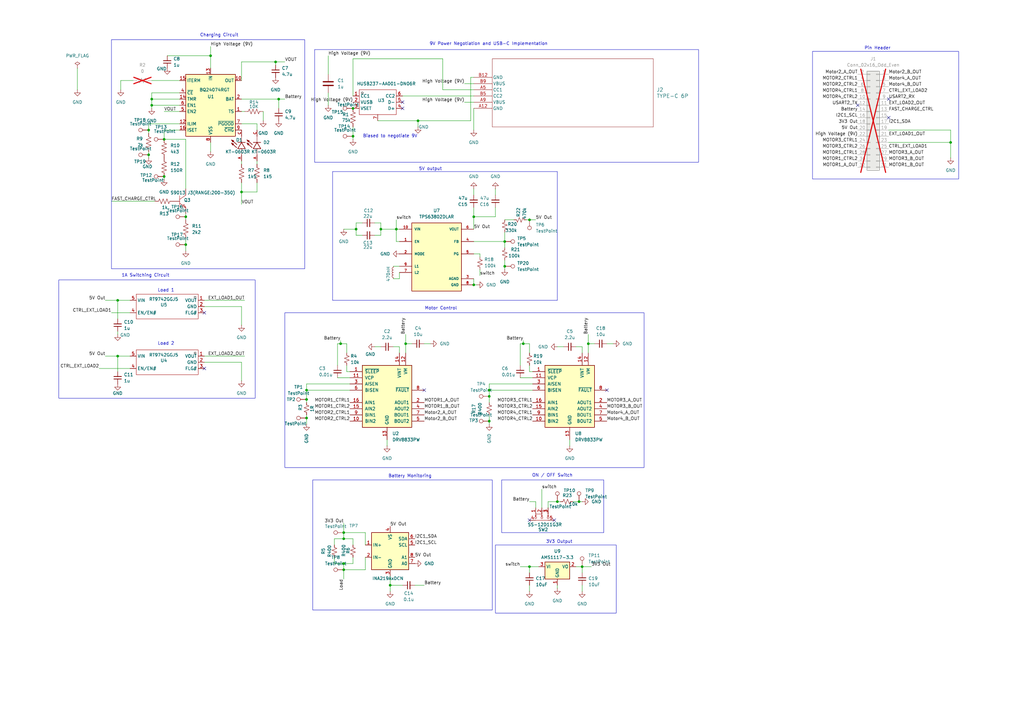
<source format=kicad_sch>
(kicad_sch (version 20250114) (generator "eeschema") (generator_version "9.0")
  (paper "A3")
  (rectangle (start 205.74 196.85) (end 247.65 218.44))
  (rectangle (start 136.398 70.358) (end 228.6 123.19))
  (rectangle (start 24.13 114.808) (end 104.648 163.322))
  (rectangle (start 116.84 128.27) (end 264.16 191.77))
  (rectangle (start 129.032 20.32) (end 286.512 66.548))
  (rectangle (start 45.72 16.256) (end 124.968 110.236))
  (rectangle (start 128.27 196.85) (end 201.93 250.19))
  (rectangle (start 203.2 223.52) (end 252.73 251.46))
  (rectangle (start 333.248 21.082) (end 393.192 73.406))
  (text "ON / OFF Switch" (at 226.568 195.072 0) (effects (font (size 1.27 1.27))))
  (text "1A Switching Circuit\n" (at 59.69 113.03 0) (effects (font (size 1.27 1.27))))
  (text "Battery Monitoring" (at 168.148 195.326 0) (effects (font (size 1.27 1.27))))
  (text "Pin Header\n" (at 359.918 19.812 0) (effects (font (size 1.27 1.27))))
  (text "9V Power Negotiation and USB-C Implementation\n" (at 200.406 18.034 0) (effects (font (size 1.27 1.27))))
  (text "Charging Circuit\n" (at 89.916 14.478 0) (effects (font (size 1.27 1.27))))
  (text "5V output" (at 176.53 69.342 0) (effects (font (size 1.27 1.27))))
  (text "3V3 Output" (at 229.362 222.25 0) (effects (font (size 1.27 1.27))))
  (text "Motor Control" (at 180.848 126.492 0) (effects (font (size 1.27 1.27))))
  (text "Biased to negotiate 9V\n" (at 160.02 55.88 0) (effects (font (size 1.27 1.27))))
  (text "Load 2\n\n" (at 68.072 141.986 0) (effects (font (size 1.27 1.27))))
  (text "Load 1\n" (at 68.072 119.126 0) (effects (font (size 1.27 1.27))))
  (junction (at 200.66 172.72))
  (junction (at 48.26 123.19))
  (junction (at 146.05 93.98))
  (junction (at 125.73 160.02))
  (junction (at 214.63 140.97))
  (junction (at 237.49 205.74))
  (junction (at 67.31 57.15))
  (junction (at 99.06 78.74))
  (junction (at 60.96 53.34))
  (junction (at 194.31 88.9))
  (junction (at 140.97 231.14))
  (junction (at 125.73 171.45))
  (junction (at 166.37 140.97))
  (junction (at 125.73 163.83))
  (junction (at 144.78 55.88))
  (junction (at 217.17 90.17))
  (junction (at 228.6 205.74))
  (junction (at 62.23 40.64))
  (junction (at 140.97 220.98))
  (junction (at 76.2 100.33))
  (junction (at 113.03 25.4))
  (junction (at 241.3 140.97))
  (junction (at 160.02 240.03))
  (junction (at 114.3 40.64))
  (junction (at 144.78 44.45))
  (junction (at 48.26 146.05))
  (junction (at 140.97 233.68))
  (junction (at 62.23 43.18))
  (junction (at 162.56 93.98))
  (junction (at 156.21 93.98))
  (junction (at 67.31 72.39))
  (junction (at 76.2 88.9))
  (junction (at 200.66 160.02))
  (junction (at 207.01 99.06))
  (junction (at 200.66 162.56))
  (junction (at 194.31 116.84))
  (junction (at 140.97 218.44))
  (junction (at 207.01 109.22))
  (junction (at 217.17 232.41))
  (junction (at 86.36 22.86))
  (junction (at 389.89 58.42))
  (junction (at 238.76 232.41))
  (junction (at 60.96 63.5))
  (junction (at 139.7 140.97))
  (junction (at 171.45 49.53))
  (no_connect (at 173.99 160.02))
  (no_connect (at 217.17 213.36))
  (no_connect (at 248.92 160.02))
  (no_connect (at 227.33 213.36))
  (no_connect (at 83.82 128.27))
  (no_connect (at 165.1 44.45))
  (no_connect (at 351.79 43.18))
  (no_connect (at 364.49 48.26))
  (no_connect (at 165.1 41.91))
  (no_connect (at 364.49 40.64))
  (no_connect (at 83.82 151.13))
  (wire (pts (xy 100.33 123.19) (xy 83.82 123.19)))
  (wire (pts (xy 48.26 152.4) (xy 48.26 146.05)))
  (wire (pts (xy 237.49 205.74) (xy 234.95 205.74)))
  (wire (pts (xy 40.64 151.13) (xy 53.34 151.13)))
  (wire (pts (xy 142.24 149.86) (xy 142.24 152.4)))
  (wire (pts (xy 62.23 40.64) (xy 73.66 40.64)))
  (wire (pts (xy 49.53 33.02) (xy 54.61 33.02)))
  (wire (pts (xy 86.36 27.94) (xy 86.36 22.86)))
  (wire (pts (xy 60.96 50.8) (xy 60.96 53.34)))
  (wire (pts (xy 238.76 144.78) (xy 238.76 142.24)))
  (wire (pts (xy 62.23 38.1) (xy 62.23 40.64)))
  (wire (pts (xy 218.44 154.94) (xy 213.36 154.94)))
  (wire (pts (xy 67.31 53.34) (xy 73.66 53.34)))
  (wire (pts (xy 99.06 125.73) (xy 99.06 133.35)))
  (wire (pts (xy 203.2 80.01) (xy 203.2 77.47)))
  (wire (pts (xy 214.63 139.7) (xy 214.63 140.97)))
  (wire (pts (xy 99.06 25.4) (xy 99.06 33.02)))
  (wire (pts (xy 238.76 232.41) (xy 242.57 232.41)))
  (wire (pts (xy 139.7 139.7) (xy 139.7 140.97)))
  (wire (pts (xy 125.73 163.83) (xy 125.73 160.02)))
  (wire (pts (xy 194.31 44.45) (xy 194.31 53.34)))
  (wire (pts (xy 207.01 99.06) (xy 194.31 99.06)))
  (wire (pts (xy 229.87 205.74) (xy 228.6 205.74)))
  (wire (pts (xy 146.05 93.98) (xy 140.97 93.98)))
  (wire (pts (xy 207.01 106.68) (xy 207.01 109.22)))
  (wire (pts (xy 99.06 25.4) (xy 113.03 25.4)))
  (wire (pts (xy 213.36 140.97) (xy 213.36 149.86)))
  (wire (pts (xy 215.9 90.17) (xy 217.17 90.17)))
  (wire (pts (xy 48.26 146.05) (xy 43.18 146.05)))
  (wire (pts (xy 217.17 140.97) (xy 217.17 144.78)))
  (wire (pts (xy 62.23 40.64) (xy 62.23 43.18)))
  (wire (pts (xy 76.2 88.9) (xy 76.2 90.17)))
  (wire (pts (xy 389.89 53.34) (xy 389.89 58.42)))
  (wire (pts (xy 238.76 240.03) (xy 238.76 242.57)))
  (wire (pts (xy 86.36 19.05) (xy 86.36 22.86)))
  (wire (pts (xy 142.24 140.97) (xy 142.24 144.78)))
  (wire (pts (xy 53.34 128.27) (xy 45.72 128.27)))
  (wire (pts (xy 137.16 223.52) (xy 137.16 220.98)))
  (wire (pts (xy 48.26 135.89) (xy 48.26 137.16)))
  (wire (pts (xy 99.06 40.64) (xy 114.3 40.64)))
  (wire (pts (xy 140.97 218.44) (xy 149.86 218.44)))
  (wire (pts (xy 144.78 52.07) (xy 144.78 55.88)))
  (wire (pts (xy 73.66 50.8) (xy 60.96 50.8)))
  (wire (pts (xy 137.16 228.6) (xy 137.16 231.14)))
  (wire (pts (xy 142.24 152.4) (xy 143.51 152.4)))
  (wire (pts (xy 203.2 88.9) (xy 194.31 88.9)))
  (wire (pts (xy 163.83 99.06) (xy 162.56 99.06)))
  (wire (pts (xy 364.49 53.34) (xy 389.89 53.34)))
  (wire (pts (xy 125.73 160.02) (xy 143.51 160.02)))
  (wire (pts (xy 161.29 109.22) (xy 163.83 109.22)))
  (wire (pts (xy 99.06 66.04) (xy 99.06 67.31)))
  (wire (pts (xy 153.67 91.44) (xy 156.21 91.44)))
  (wire (pts (xy 67.31 53.34) (xy 67.31 57.15)))
  (wire (pts (xy 228.6 142.24) (xy 231.14 142.24)))
  (wire (pts (xy 140.97 233.68) (xy 149.86 233.68)))
  (wire (pts (xy 160.02 236.22) (xy 160.02 240.03)))
  (wire (pts (xy 140.97 231.14) (xy 140.97 233.68)))
  (wire (pts (xy 153.67 142.24) (xy 156.21 142.24)))
  (wire (pts (xy 60.96 62.23) (xy 60.96 63.5)))
  (wire (pts (xy 99.06 50.8) (xy 105.41 50.8)))
  (wire (pts (xy 219.71 205.74) (xy 219.71 208.28)))
  (wire (pts (xy 173.99 140.97) (xy 176.53 140.97)))
  (wire (pts (xy 173.99 240.03) (xy 170.18 240.03)))
  (wire (pts (xy 67.31 72.39) (xy 67.31 73.66)))
  (wire (pts (xy 196.85 105.41) (xy 196.85 104.14)))
  (wire (pts (xy 140.97 233.68) (xy 140.97 237.49)))
  (wire (pts (xy 60.96 63.5) (xy 60.96 64.77)))
  (wire (pts (xy 238.76 205.74) (xy 237.49 205.74)))
  (wire (pts (xy 200.66 173.99) (xy 200.66 172.72)))
  (wire (pts (xy 114.3 40.64) (xy 114.3 44.45)))
  (wire (pts (xy 154.94 49.53) (xy 171.45 49.53)))
  (wire (pts (xy 166.37 137.16) (xy 166.37 140.97)))
  (wire (pts (xy 222.25 200.66) (xy 222.25 208.28)))
  (wire (pts (xy 31.75 27.94) (xy 31.75 36.83)))
  (wire (pts (xy 194.31 88.9) (xy 194.31 85.09)))
  (wire (pts (xy 156.21 96.52) (xy 153.67 96.52)))
  (wire (pts (xy 207.01 99.06) (xy 207.01 101.6)))
  (wire (pts (xy 161.29 114.3) (xy 163.83 114.3)))
  (wire (pts (xy 160.02 240.03) (xy 160.02 242.57)))
  (wire (pts (xy 158.75 180.34) (xy 158.75 182.88)))
  (wire (pts (xy 217.17 240.03) (xy 217.17 242.57)))
  (wire (pts (xy 217.17 149.86) (xy 217.17 152.4)))
  (wire (pts (xy 149.86 228.6) (xy 149.86 233.68)))
  (wire (pts (xy 165.1 240.03) (xy 160.02 240.03)))
  (wire (pts (xy 233.68 180.34) (xy 233.68 182.88)))
  (wire (pts (xy 137.16 220.98) (xy 140.97 220.98)))
  (wire (pts (xy 194.31 116.84) (xy 195.58 116.84)))
  (wire (pts (xy 45.72 82.55) (xy 63.5 82.55)))
  (wire (pts (xy 171.45 49.53) (xy 193.04 49.53)))
  (wire (pts (xy 217.17 232.41) (xy 217.17 234.95)))
  (wire (pts (xy 194.31 31.75) (xy 193.04 31.75)))
  (wire (pts (xy 105.41 74.93) (xy 105.41 78.74)))
  (wire (pts (xy 113.03 25.4) (xy 116.84 25.4)))
  (wire (pts (xy 207.01 109.22) (xy 207.01 110.49)))
  (wire (pts (xy 181.61 24.13) (xy 181.61 36.83)))
  (wire (pts (xy 138.43 140.97) (xy 139.7 140.97)))
  (wire (pts (xy 53.34 123.19) (xy 48.26 123.19)))
  (wire (pts (xy 48.26 123.19) (xy 48.26 130.81)))
  (wire (pts (xy 162.56 93.98) (xy 156.21 93.98)))
  (wire (pts (xy 105.41 50.8) (xy 105.41 53.34)))
  (wire (pts (xy 163.83 111.76) (xy 163.83 114.3)))
  (wire (pts (xy 67.31 57.15) (xy 76.2 57.15)))
  (wire (pts (xy 194.31 114.3) (xy 194.31 116.84)))
  (wire (pts (xy 67.31 45.72) (xy 73.66 45.72)))
  (wire (pts (xy 83.82 148.59) (xy 99.06 148.59)))
  (wire (pts (xy 114.3 40.64) (xy 116.84 40.64)))
  (wire (pts (xy 171.45 49.53) (xy 171.45 52.07)))
  (wire (pts (xy 248.92 140.97) (xy 251.46 140.97)))
  (wire (pts (xy 194.31 34.29) (xy 190.5 34.29)))
  (wire (pts (xy 146.05 93.98) (xy 146.05 96.52)))
  (wire (pts (xy 73.66 38.1) (xy 62.23 38.1)))
  (wire (pts (xy 236.22 232.41) (xy 238.76 232.41)))
  (wire (pts (xy 62.23 33.02) (xy 73.66 33.02)))
  (wire (pts (xy 134.62 22.86) (xy 134.62 30.48)))
  (wire (pts (xy 68.58 22.86) (xy 86.36 22.86)))
  (wire (pts (xy 162.56 90.17) (xy 162.56 93.98)))
  (wire (pts (xy 166.37 140.97) (xy 166.37 144.78)))
  (wire (pts (xy 146.05 91.44) (xy 146.05 93.98)))
  (wire (pts (xy 163.83 144.78) (xy 163.83 142.24)))
  (wire (pts (xy 100.33 146.05) (xy 83.82 146.05)))
  (wire (pts (xy 107.95 45.72) (xy 107.95 49.53)))
  (wire (pts (xy 83.82 125.73) (xy 99.06 125.73)))
  (wire (pts (xy 99.06 78.74) (xy 99.06 83.82)))
  (wire (pts (xy 389.89 58.42) (xy 389.89 64.77)))
  (wire (pts (xy 194.31 88.9) (xy 194.31 93.98)))
  (wire (pts (xy 144.78 228.6) (xy 144.78 231.14)))
  (wire (pts (xy 238.76 232.41) (xy 238.76 234.95)))
  (wire (pts (xy 166.37 140.97) (xy 168.91 140.97)))
  (wire (pts (xy 181.61 36.83) (xy 194.31 36.83)))
  (wire (pts (xy 138.43 140.97) (xy 138.43 149.86)))
  (wire (pts (xy 156.21 91.44) (xy 156.21 93.98)))
  (wire (pts (xy 241.3 140.97) (xy 241.3 144.78)))
  (wire (pts (xy 99.06 45.72) (xy 100.33 45.72)))
  (wire (pts (xy 196.85 110.49) (xy 196.85 113.03)))
  (wire (pts (xy 99.06 148.59) (xy 99.06 156.21)))
  (wire (pts (xy 148.59 96.52) (xy 146.05 96.52)))
  (wire (pts (xy 228.6 205.74) (xy 224.79 205.74)))
  (wire (pts (xy 224.79 205.74) (xy 224.79 208.28)))
  (wire (pts (xy 200.66 157.48) (xy 218.44 157.48)))
  (wire (pts (xy 143.51 154.94) (xy 138.43 154.94)))
  (wire (pts (xy 48.26 123.19) (xy 43.18 123.19)))
  (wire (pts (xy 241.3 137.16) (xy 241.3 140.97)))
  (wire (pts (xy 228.6 240.03) (xy 228.6 241.3)))
  (wire (pts (xy 76.2 57.15) (xy 76.2 77.47)))
  (wire (pts (xy 99.06 78.74) (xy 105.41 78.74)))
  (wire (pts (xy 207.01 90.17) (xy 210.82 90.17)))
  (wire (pts (xy 137.16 231.14) (xy 140.97 231.14)))
  (wire (pts (xy 213.36 140.97) (xy 214.63 140.97)))
  (wire (pts (xy 125.73 157.48) (xy 143.51 157.48)))
  (wire (pts (xy 144.78 220.98) (xy 144.78 223.52)))
  (wire (pts (xy 217.17 205.74) (xy 219.71 205.74)))
  (wire (pts (xy 105.41 66.04) (xy 105.41 67.31)))
  (wire (pts (xy 60.96 53.34) (xy 60.96 54.61)))
  (wire (pts (xy 165.1 39.37) (xy 194.31 39.37)))
  (wire (pts (xy 125.73 160.02) (xy 125.73 157.48)))
  (wire (pts (xy 76.2 100.33) (xy 76.2 102.87)))
  (wire (pts (xy 144.78 39.37) (xy 144.78 24.13)))
  (wire (pts (xy 140.97 214.63) (xy 140.97 218.44)))
  (wire (pts (xy 149.86 223.52) (xy 149.86 218.44)))
  (wire (pts (xy 200.66 160.02) (xy 218.44 160.02)))
  (wire (pts (xy 49.53 33.02) (xy 49.53 36.83)))
  (wire (pts (xy 113.03 25.4) (xy 113.03 26.67)))
  (wire (pts (xy 236.22 142.24) (xy 238.76 142.24)))
  (wire (pts (xy 156.21 93.98) (xy 156.21 96.52)))
  (wire (pts (xy 217.17 90.17) (xy 219.71 90.17)))
  (wire (pts (xy 76.2 87.63) (xy 76.2 88.9)))
  (wire (pts (xy 200.66 160.02) (xy 200.66 157.48)))
  (wire (pts (xy 125.73 171.45) (xy 125.73 170.18)))
  (wire (pts (xy 200.66 172.72) (xy 200.66 170.18)))
  (wire (pts (xy 140.97 231.14) (xy 144.78 231.14)))
  (wire (pts (xy 134.62 38.1) (xy 134.62 43.18)))
  (wire (pts (xy 125.73 173.99) (xy 125.73 171.45)))
  (wire (pts (xy 207.01 95.25) (xy 207.01 99.06)))
  (wire (pts (xy 99.06 74.93) (xy 99.06 78.74)))
  (wire (pts (xy 148.59 91.44) (xy 146.05 91.44)))
  (wire (pts (xy 76.2 97.79) (xy 76.2 100.33)))
  (wire (pts (xy 194.31 104.14) (xy 196.85 104.14)))
  (wire (pts (xy 62.23 43.18) (xy 62.23 44.45)))
  (wire (pts (xy 217.17 152.4) (xy 218.44 152.4)))
  (wire (pts (xy 140.97 218.44) (xy 140.97 220.98)))
  (wire (pts (xy 163.83 93.98) (xy 162.56 93.98)))
  (wire (pts (xy 364.49 58.42) (xy 389.89 58.42)))
  (wire (pts (xy 217.17 232.41) (xy 220.98 232.41)))
  (wire (pts (xy 162.56 99.06) (xy 162.56 93.98)))
  (wire (pts (xy 190.5 41.91) (xy 194.31 41.91)))
  (wire (pts (xy 213.36 232.41) (xy 217.17 232.41)))
  (wire (pts (xy 140.97 220.98) (xy 144.78 220.98)))
  (wire (pts (xy 144.78 24.13) (xy 181.61 24.13)))
  (wire (pts (xy 161.29 142.24) (xy 163.83 142.24)))
  (wire (pts (xy 200.66 162.56) (xy 200.66 160.02)))
  (wire (pts (xy 144.78 55.88) (xy 144.78 57.15)))
  (wire (pts (xy 194.31 80.01) (xy 194.31 77.47)))
  (wire (pts (xy 203.2 88.9) (xy 203.2 85.09)))
  (wire (pts (xy 214.63 140.97) (xy 217.17 140.97)))
  (wire (pts (xy 200.66 165.1) (xy 200.66 162.56)))
  (wire (pts (xy 86.36 58.42) (xy 86.36 62.23)))
  (wire (pts (xy 139.7 140.97) (xy 142.24 140.97)))
  (wire (pts (xy 62.23 43.18) (xy 73.66 43.18)))
  (wire (pts (xy 53.34 146.05) (xy 48.26 146.05)))
  (wire (pts (xy 125.73 165.1) (xy 125.73 163.83)))
  (wire (pts (xy 241.3 140.97) (xy 243.84 140.97)))
  (wire (pts (xy 193.04 31.75) (xy 193.04 49.53)))
  (label "CTRL_EXT_LOAD1" (at 45.72 128.27 180))
  (label "5V Out" (at 219.71 90.17 0))
  (label "Motor2_A_OUT" (at 173.99 170.18 0))
  (label "High Voltage (9V)" (at 86.36 19.05 0))
  (label "MOTOR4_CTRL1" (at 351.79 38.1 180))
  (label "MOTOR1_B_OUT" (at 173.99 167.64 0))
  (label "EXT_LOAD2_OUT" (at 364.49 43.18 0))
  (label "MOTOR1_A_OUT" (at 173.99 165.1 0))
  (label "5V Out" (at 170.18 228.6 0))
  (label "Motor2_A_OUT" (at 351.79 30.48 180))
  (label "5V Out" (at 43.18 146.05 180))
  (label "VOUT" (at 116.84 25.4 0))
  (label "MOTOR3_A_OUT" (at 364.49 63.5 0))
  (label "MOTOR1_A_OUT" (at 351.79 68.58 180))
  (label "MOTOR3_CTRL1" (at 351.79 58.42 180))
  (label "Motor4_B_OUT" (at 364.49 35.56 0))
  (label "MOTOR4_CTRL2" (at 351.79 40.64 180))
  (label "VOUT" (at 99.06 83.82 0))
  (label "USART2_TX" (at 351.79 43.18 180))
  (label "MOTOR3_A_OUT" (at 248.92 165.1 0))
  (label "CTRL_EXT_LOAD1" (at 364.49 60.96 0))
  (label "Motor4_A_OUT" (at 248.92 170.18 0))
  (label "Load" (at 140.97 237.49 270))
  (label "3V3 Out" (at 242.57 232.41 0))
  (label "Battery" (at 139.7 139.7 180))
  (label "High Voltage (9V)" (at 190.5 41.91 180))
  (label "I2C1_SCL" (at 170.18 223.52 0))
  (label "switch" (at 162.56 90.17 0))
  (label "MOTOR2_CTRL2" (at 351.79 35.56 180))
  (label "MOTOR1_CTRL2" (at 351.79 66.04 180))
  (label "3V3 Out" (at 140.97 214.63 180))
  (label "Motor2_B_OUT" (at 173.99 172.72 0))
  (label "High Voltage (9V)" (at 190.5 34.29 180))
  (label "High Voltage (9V)" (at 351.79 55.88 180))
  (label "I2C1_SDA" (at 170.18 220.98 0))
  (label "5V Out" (at 351.79 53.34 180))
  (label "Battery" (at 214.63 139.7 180))
  (label "Motor2_B_OUT" (at 364.49 30.48 0))
  (label "CTRL_EXT_LOAD2" (at 40.64 151.13 180))
  (label "Battery" (at 351.79 45.72 180))
  (label "I2C1_SDA" (at 364.49 50.8 0))
  (label "VOUT" (at 67.31 45.72 0))
  (label "5V Out" (at 194.31 93.98 0))
  (label "MOTOR3_CTRL1" (at 218.44 165.1 180))
  (label "EXT_LOAD1_OUT" (at 100.33 123.19 180))
  (label "EXT_LOAD2_OUT" (at 100.33 146.05 180))
  (label "MOTOR3_B_OUT" (at 248.92 167.64 0))
  (label "switch" (at 196.85 113.03 0))
  (label "MOTOR4_CTRL2" (at 218.44 172.72 180))
  (label "EXT_LOAD1_OUT" (at 364.49 55.88 0))
  (label "MOTOR1_B_OUT" (at 364.49 68.58 0))
  (label "Motor4_A_OUT" (at 364.49 33.02 0))
  (label "FAST_CHARGE_CTRL" (at 364.49 45.72 0))
  (label "Battery" (at 241.3 137.16 90))
  (label "3V3 Out" (at 351.79 50.8 180))
  (label "Battery" (at 166.37 137.16 90))
  (label "MOTOR1_CTRL1" (at 351.79 63.5 180))
  (label "FAST_CHARGE_CTRL" (at 45.72 82.55 0))
  (label "MOTOR3_CTRL2" (at 351.79 60.96 180))
  (label "High Voltage (9V)" (at 144.78 41.91 180))
  (label "USART2_RX" (at 364.49 40.64 0))
  (label "5V Out" (at 160.02 215.9 0))
  (label "switch" (at 222.25 200.66 0))
  (label "MOTOR1_CTRL2" (at 143.51 167.64 180))
  (label "I2C1_SCL" (at 351.79 48.26 180))
  (label "Battery" (at 116.84 40.64 0))
  (label "MOTOR1_CTRL1" (at 143.51 165.1 180))
  (label "CTRL_EXT_LOAD2" (at 364.49 38.1 0))
  (label "MOTOR2_CTRL2" (at 143.51 172.72 180))
  (label "Motor4_B_OUT" (at 248.92 172.72 0))
  (label "MOTOR3_CTRL2" (at 218.44 167.64 180))
  (label "MOTOR4_CTRL1" (at 218.44 170.18 180))
  (label "High Voltage (9V)" (at 134.62 22.86 0))
  (label "5V Out" (at 43.18 123.19 180))
  (label "MOTOR2_CTRL1" (at 143.51 170.18 180))
  (label "MOTOR3_B_OUT" (at 364.49 66.04 0))
  (label "Battery" (at 173.99 240.03 0))
  (label "MOTOR2_CTRL1" (at 351.79 33.02 180))
  (label "Battery" (at 217.17 205.74 180))
  (label "switch" (at 213.36 232.41 180))
  (symbol (lib_id "Device:R_US") (at 104.14 45.72 90) (unit 1)
    (property "Reference" "R14" (at 104.14 41.91 90))
    (property "Value" "10K" (at 104.14 43.688 90))
    (property "Footprint" "Resistor_SMD:R_0402_1005Metric_Pad0.72x0.64mm_HandSolder" (effects (hide yes)))
    (property "Datasheet" "https://jlcpcb.com/api/file/downloadByFileSystemAccessId/8556212101498380288" (effects (hide yes)))
    (property "Description" "Resistor, US symbol" (effects (hide yes)))
    (property "LCSC" "C25744" (effects (hide yes)))
  )
  (symbol (lib_id "Device:C_Small") (at 48.26 154.94 180) (unit 1)
    (property "Reference" "C11" (at 50.8 153.6635 0) (effects (justify right)))
    (property "Value" "1u" (at 50.8 156.2035 0) (effects (justify right)))
    (property "Footprint" "Capacitor_SMD:C_1206_3216Metric_Pad1.33x1.80mm_HandSolder" (effects (hide yes)))
    (property "Datasheet" "https://jlcpcb.com/api/file/downloadByFileSystemAccessId/8579707343598243840" (effects (hide yes)))
    (property "Description" "Unpolarized capacitor, small symbol" (effects (hide yes)))
    (property "LCSC" "C1848" (effects (hide yes)))
  )
  (symbol (lib_id "RT9742GGJ51_RT9742GGJ5-altium-import:root_0_RT9742GGJ5_") (at 68.58 148.59 0) (mirror y) (unit 1)
    (property "Reference" "U4" (at 68.58 148.59 0) (effects (justify left bottom)))
    (property "Value" "RT9742GGJ5" (at 73.152 146.304 0) (effects (justify left bottom)))
    (property "Footprint" "Package_TO_SOT_SMD:TSOT-23-5_HandSoldering" (effects (hide yes)))
    (property "Datasheet" "https://jlcpcb.com/api/file/downloadByFileSystemAccessId/8588885201744879616" (effects (hide yes)))
    (property "SYMBOL" "RT9742GGJ5" (effects (hide yes)))
    (property "DEVICE" "RT9742GGJ5" (effects (hide yes)))
    (property "LCSC PART NAME" "RT9742GGJ5" (effects (hide yes)))
    (property "SUPPLIER PART" "C250547" (effects (hide yes)))
    (property "MANUFACTURER" "RICHTEK(立锜)" (effects (hide yes)))
    (property "MANUFACTURER PART" "RT9742GGJ5" (effects (hide yes)))
    (property "SUPPLIER FOOTPRINT" "TSOT-23-5" (effects (hide yes)))
    (property "JLCPCB PART CLASS" "Extended Part" (effects (hide yes)))
    (property "DATASHEET" "https://atta.szlcsc.com/upload/public/pdf/source/20180814/C250547_E58B04562B5F7112C93017421383FC36.pdf" (effects (hide yes)))
    (property "SUPPLIER" "LCSC" (effects (hide yes)))
    (property "ADD INTO BOM" "yes" (effects (hide yes)))
    (property "CONVERT TO PCB" "yes" (effects (hide yes)))
    (property "NUMBER OF OUTPUTS" "1" (effects (hide yes)))
    (property "OUTPUT CURRENT" "1A" (effects (hide yes)))
    (property "INPUT VOLTAGE" "2.7V~6V" (effects (hide yes)))
    (property "RESISTOR ON-STATE" "70mΩ" (effects (hide yes)))
    (property "OPERATING TEMPERATURE	-" "-40℃~+85℃" (effects (hide yes)))
    (property "LCSC" "C250547" (effects (hide yes)))
  )
  (symbol (lib_id "Connector:TestPoint") (at 76.2 88.9 90) (unit 1)
    (property "Reference" "TP16" (at 72.644 84.836 90))
    (property "Value" "TestPoint" (at 72.898 86.36 90))
    (property "Footprint" "TestPoint:TestPoint_Pad_D3.0mm" (effects (hide yes)))
    (property "Description" "test point" (effects (hide yes)))
  )
  (symbol (lib_id "power:GND") (at 176.53 140.97 90) (unit 1)
    (property "Reference" "#PWR034" (effects (hide yes)))
    (property "Value" "GND" (at 180.34 140.9699 90) (effects (justify right)))
    (property "Description" "Power symbol creates a global label with name \"GND\" , ground" (effects (hide yes)))
  )
  (symbol (lib_id "Connector:TestPoint") (at 140.97 218.44 90) (unit 1)
    (property "Reference" "TP7" (at 145.034 215.646 90))
    (property "Value" "TestPoint" (at 137.668 215.9 90))
    (property "Footprint" "TestPoint:TestPoint_Pad_D3.0mm" (effects (hide yes)))
    (property "Description" "test point" (effects (hide yes)))
  )
  (symbol (lib_id "KT-0603R:KT-0603R") (at 105.41 58.42 90) (unit 1)
    (property "Reference" "D2" (at 107.95 58.4199 90) (effects (justify right)))
    (property "Value" "KT-0603R" (at 103.124 62.23 90) (effects (justify right)))
    (property "Footprint" "KT-0603R:LED_KT-0603R" (effects (hide yes)))
    (property "Datasheet" "https://jlcpcb.com/api/file/downloadByFileSystemAccessId/8550723991833485312" (effects (hide yes)))
    (property "MF" "Hubei KENTO Elec" (effects (hide yes)))
    (property "MAXIMUM_PACKAGE_HEIGHT" "0.65mm" (effects (hide yes)))
    (property "Package" "Package" (effects (hide yes)))
    (property "Price" "None" (effects (hide yes)))
    (property "Check_prices" "https://www.snapeda.com/parts/KT-0603R/Hubei+KENTO+Elec/view-part/?ref=eda" (effects (hide yes)))
    (property "STANDARD" "Manufacturer Recommendations" (effects (hide yes)))
    (property "PARTREV" "2013/01/24" (effects (hide yes)))
    (property "SnapEDA_Link" "https://www.snapeda.com/parts/KT-0603R/Hubei+KENTO+Elec/view-part/?ref=snap" (effects (hide yes)))
    (property "MP" "KT-0603R" (effects (hide yes)))
    (property "Description_1" "Red 0603 Light Emitting Diodes" (effects (hide yes)))
    (property "Availability" "Not in stock" (effects (hide yes)))
    (property "MANUFACTURER" "Hubei KENTO Elec" (effects (hide yes)))
  )
  (symbol (lib_id "Device:R_US") (at 144.78 48.26 0) (unit 1)
    (property "Reference" "R1" (at 140.462 46.99 0) (effects (justify left)))
    (property "Value" "75k" (at 140.208 49.276 0) (effects (justify left)))
    (property "Footprint" "Resistor_SMD:R_0603_1608Metric_Pad0.98x0.95mm_HandSolder" (effects (hide yes)))
    (property "Datasheet" "https://jlcpcb.com/api/file/downloadByFileSystemAccessId/8579706316903792640" (effects (hide yes)))
    (property "Description" "Resistor, US symbol" (effects (hide yes)))
    (property "LCSC" "C23242" (effects (hide yes)))
  )
  (symbol (lib_id "power:GND") (at 207.01 110.49 0) (mirror y) (unit 1)
    (property "Reference" "#PWR041" (effects (hide yes)))
    (property "Value" "GND" (at 207.01 115.57 0))
    (property "Description" "Power symbol creates a global label with name \"GND\" , ground" (effects (hide yes)))
  )
  (symbol (lib_id "Device:R_Small_US") (at 144.78 226.06 180) (unit 1)
    (property "Reference" "R6" (at 142.748 225.806 90))
    (property "Value" "R400" (at 140.97 225.806 90))
    (property "Footprint" "Resistor_SMD:R_1206_3216Metric_Pad1.30x1.75mm_HandSolder" (effects (hide yes)))
    (property "Datasheet" "https://jlcpcb.com/api/file/downloadByFileSystemAccessId/8586177770150113280" (effects (hide yes)))
    (property "Description" "Resistor, small US symbol" (effects (hide yes)))
    (property "LCSC" "C247521" (effects (hide yes)))
  )
  (symbol (lib_id "Device:C_Small") (at 203.2 82.55 180) (unit 1)
    (property "Reference" "C16" (at 200.66 83.8138 0) (effects (justify left)))
    (property "Value" "47u" (at 200.66 81.2738 0) (effects (justify left)))
    (property "Footprint" "Capacitor_SMD:C_0402_1005Metric_Pad0.74x0.62mm_HandSolder" (effects (hide yes)))
    (property "Datasheet" "https://jlcpcb.com/api/file/downloadByFileSystemAccessId/8586178935554256896" (effects (hide yes)))
    (property "Description" "Unpolarized capacitor, small symbol" (effects (hide yes)))
    (property "LCSC" "C96123" (effects (hide yes)))
  )
  (symbol (lib_id "Device:C_Small") (at 48.26 133.35 180) (unit 1)
    (property "Reference" "C10" (at 50.8 132.0735 0) (effects (justify right)))
    (property "Value" "1u" (at 50.8 134.6135 0) (effects (justify right)))
    (property "Footprint" "Capacitor_SMD:C_1206_3216Metric_Pad1.33x1.80mm_HandSolder" (effects (hide yes)))
    (property "Datasheet" "https://jlcpcb.com/api/file/downloadByFileSystemAccessId/8579707343598243840" (effects (hide yes)))
    (property "Description" "Unpolarized capacitor, small symbol" (effects (hide yes)))
    (property "LCSC" "C1848" (effects (hide yes)))
  )
  (symbol (lib_id "Device:R_Small_US") (at 207.01 104.14 0) (mirror y) (unit 1)
    (property "Reference" "R21" (at 213.36 102.362 0) (effects (justify left)))
    (property "Value" "100k" (at 213.36 104.902 0) (effects (justify left)))
    (property "Footprint" "Resistor_SMD:R_0402_1005Metric_Pad0.72x0.64mm_HandSolder" (effects (hide yes)))
    (property "Datasheet" "https://jlcpcb.com/api/file/downloadByFileSystemAccessId/8579705919464263680" (effects (hide yes)))
    (property "Description" "Resistor, small US symbol" (effects (hide yes)))
    (property "LCSC" "C25741" (effects (hide yes)))
  )
  (symbol (lib_id "power:GND") (at 233.68 182.88 0) (unit 1)
    (property "Reference" "#PWR044" (effects (hide yes)))
    (property "Value" "GND" (at 233.68 187.96 0))
    (property "Description" "Power symbol creates a global label with name \"GND\" , ground" (effects (hide yes)))
  )
  (symbol (lib_id "Device:C_Small") (at 113.03 29.21 0) (unit 1)
    (property "Reference" "C7" (at 115.57 27.9462 0) (effects (justify left)))
    (property "Value" "4.7u" (at 115.57 30.4862 0) (effects (justify left)))
    (property "Footprint" "Capacitor_SMD:C_0402_1005Metric" (effects (hide yes)))
    (property "Datasheet" "https://jlcpcb.com/api/file/downloadByFileSystemAccessId/8556213325555400704" (effects (hide yes)))
    (property "Description" "Unpolarized capacitor, small symbol" (effects (hide yes)))
    (property "LCSC" "C23733" (effects (hide yes)))
  )
  (symbol (lib_id "power:GND") (at 67.31 73.66 0) (unit 1)
    (property "Reference" "#PWR024" (effects (hide yes)))
    (property "Value" "GND" (at 67.31 78.74 0))
    (property "Description" "Power symbol creates a global label with name \"GND\" , ground" (effects (hide yes)))
  )
  (symbol (lib_id "power:GND") (at 99.06 133.35 0) (mirror y) (unit 1)
    (property "Reference" "#PWR015" (effects (hide yes)))
    (property "Value" "GND" (at 99.06 138.43 0))
    (property "Description" "Power symbol creates a global label with name \"GND\" , ground" (effects (hide yes)))
  )
  (symbol (lib_id "Device:C_Small") (at 233.68 142.24 90) (unit 1)
    (property "Reference" "C5" (at 233.6863 135.89 90))
    (property "Value" "2.2u" (at 233.6863 138.43 90))
    (property "Footprint" "Capacitor_SMD:C_0402_1005Metric_Pad0.74x0.62mm_HandSolder" (effects (hide yes)))
    (property "Datasheet" "https://jlcpcb.com/api/file/downloadByFileSystemAccessId/8586178550172540928" (effects (hide yes)))
    (property "Description" "Unpolarized capacitor, small symbol" (effects (hide yes)))
    (property "LCSC" "C12530" (effects (hide yes)))
  )
  (symbol (lib_id "power:GND") (at 158.75 182.88 0) (unit 1)
    (property "Reference" "#PWR012" (effects (hide yes)))
    (property "Value" "GND" (at 158.75 187.96 0))
    (property "Description" "Power symbol creates a global label with name \"GND\" , ground" (effects (hide yes)))
  )
  (symbol (lib_id "power:GND") (at 144.78 57.15 0) (unit 1)
    (property "Reference" "#PWR02" (effects (hide yes)))
    (property "Value" "GND" (at 144.78 62.23 0))
    (property "Description" "Power symbol creates a global label with name \"GND\" , ground" (effects (hide yes)))
  )
  (symbol (lib_id "Connector:TestPoint") (at 144.78 44.45 90) (unit 1)
    (property "Reference" "TP15" (at 138.43 45.974 90))
    (property "Value" "TestPoint" (at 142.748 42.926 90))
    (property "Footprint" "TestPoint:TestPoint_Pad_D3.0mm" (effects (hide yes)))
    (property "Description" "test point" (effects (hide yes)))
  )
  (symbol (lib_id "KT-0603R:KT-0603R") (at 99.06 58.42 90) (unit 1)
    (property "Reference" "D1" (at 96.774 57.404 90) (effects (justify right)))
    (property "Value" "KT-0603R" (at 92.456 62.23 90) (effects (justify right)))
    (property "Footprint" "KT-0603R:LED_KT-0603R" (effects (hide yes)))
    (property "Datasheet" "https://jlcpcb.com/api/file/downloadByFileSystemAccessId/8550723991833485312" (effects (hide yes)))
    (property "MF" "Hubei KENTO Elec" (effects (hide yes)))
    (property "MAXIMUM_PACKAGE_HEIGHT" "0.65mm" (effects (hide yes)))
    (property "Package" "Package" (effects (hide yes)))
    (property "Price" "None" (effects (hide yes)))
    (property "Check_prices" "https://www.snapeda.com/parts/KT-0603R/Hubei+KENTO+Elec/view-part/?ref=eda" (effects (hide yes)))
    (property "STANDARD" "Manufacturer Recommendations" (effects (hide yes)))
    (property "PARTREV" "2013/01/24" (effects (hide yes)))
    (property "SnapEDA_Link" "https://www.snapeda.com/parts/KT-0603R/Hubei+KENTO+Elec/view-part/?ref=snap" (effects (hide yes)))
    (property "MP" "KT-0603R" (effects (hide yes)))
    (property "Description_1" "Red 0603 Light Emitting Diodes" (effects (hide yes)))
    (property "Availability" "Not in stock" (effects (hide yes)))
    (property "MANUFACTURER" "Hubei KENTO Elec" (effects (hide yes)))
  )
  (symbol (lib_id "Connector_Generic:Conn_02x16_Odd_Even") (at 359.41 48.26 0) (mirror y) (unit 1) (in_bom no) (dnp yes)
    (property "Reference" "J1" (at 358.14 24.13 0))
    (property "Value" "Conn_02x16_Odd_Even" (at 358.14 26.67 0))
    (property "Footprint" "Connector_PinHeader_2.54mm:PinHeader_2x16_P2.54mm_Vertical" (effects (hide yes)))
    (property "Description" "Generic connector, double row, 02x16, odd/even pin numbering scheme (row 1 odd numbers, row 2 even numbers), script generated (kicad-library-utils/schlib/autogen/connector/)" (effects (hide yes)))
  )
  (symbol (lib_id "power:GND") (at 194.31 77.47 180) (unit 1)
    (property "Reference" "#PWR037" (effects (hide yes)))
    (property "Value" "GND" (at 194.31 72.39 0))
    (property "Description" "Power symbol creates a global label with name \"GND\" , ground" (effects (hide yes)))
  )
  (symbol (lib_id "power:GND") (at 86.36 62.23 0) (unit 1)
    (property "Reference" "#PWR020" (effects (hide yes)))
    (property "Value" "GND" (at 86.36 67.31 0))
    (property "Description" "Power symbol creates a global label with name \"GND\" , ground" (effects (hide yes)))
  )
  (symbol (lib_id "power:GND") (at 228.6 241.3 0) (unit 1)
    (property "Reference" "#PWR048" (effects (hide yes)))
    (property "Value" "GND" (at 228.6 246.38 0))
    (property "Description" "Power symbol creates a global label with name \"GND\" , ground" (effects (hide yes)))
  )
  (symbol (lib_id "Device:C_Small") (at 151.13 91.44 90) (mirror x) (unit 1)
    (property "Reference" "C12" (at 151.13 86.36 90))
    (property "Value" "22u" (at 150.876 88.646 90))
    (property "Footprint" "Capacitor_SMD:C_0402_1005Metric_Pad0.74x0.62mm_HandSolder" (effects (hide yes)))
    (property "Datasheet" "https://jlcpcb.com/api/file/downloadByFileSystemAccessId/8579706866429190144" (effects (hide yes)))
    (property "Description" "Unpolarized capacitor, small symbol" (effects (hide yes)))
    (property "LCSC" "C45783" (effects (hide yes)))
  )
  (symbol (lib_id "power:GND") (at 68.58 27.94 0) (unit 1)
    (property "Reference" "#PWR019" (effects (hide yes)))
    (property "Value" "GND" (at 66.294 28.194 0))
    (property "Description" "Power symbol creates a global label with name \"GND\" , ground" (effects (hide yes)))
  )
  (symbol (lib_id "power:GND") (at 107.95 49.53 0) (unit 1)
    (property "Reference" "#PWR025" (effects (hide yes)))
    (property "Value" "GND" (at 107.95 54.61 0))
    (property "Description" "Power symbol creates a global label with name \"GND\" , ground" (effects (hide yes)))
  )
  (symbol (lib_id "Device:C_Small") (at 238.76 237.49 180) (unit 1)
    (property "Reference" "C19" (at 241.3 237.236 0) (effects (justify right)))
    (property "Value" "10uF" (at 241.3 239.776 0) (effects (justify right)))
    (property "Footprint" "Capacitor_SMD:C_0402_1005Metric_Pad0.74x0.62mm_HandSolder" (effects (hide yes)))
    (property "Datasheet" "https://jlcpcb.com/api/file/downloadByFileSystemAccessId/8579707107920437248" (effects (hide yes)))
    (property "Description" "Unpolarized capacitor, small symbol" (effects (hide yes)))
    (property "LCSC" "C19702" (effects (hide yes)))
  )
  (symbol (lib_id "Device:R_US") (at 67.31 82.55 90) (unit 1)
    (property "Reference" "R13" (at 67.31 87.63 90))
    (property "Value" "1k" (at 67.564 85.09 90))
    (property "Footprint" "Resistor_SMD:R_0402_1005Metric_Pad0.72x0.64mm_HandSolder" (effects (hide yes)))
    (property "Datasheet" "https://jlcpcb.com/api/file/downloadByFileSystemAccessId/8579705859536048128" (effects (hide yes)))
    (property "Description" "Resistor, US symbol" (effects (hide yes)))
    (property "JCSC" "C11702" (effects (hide yes)))
  )
  (symbol (lib_id "Device:R_US") (at 99.06 71.12 0) (unit 1)
    (property "Reference" "R7" (at 101.6 69.8499 0) (effects (justify left)))
    (property "Value" "1k5" (at 101.6 72.3899 0) (effects (justify left)))
    (property "Footprint" "Resistor_SMD:R_0402_1005Metric_Pad0.72x0.64mm_HandSolder" (effects (hide yes)))
    (property "Datasheet" "https://jlcpcb.com/api/file/downloadByFileSystemAccessId/8579706144165986304" (effects (hide yes)))
    (property "Description" "Resistor, US symbol" (effects (hide yes)))
    (property "LCSC" "C25867" (effects (hide yes)))
  )
  (symbol (lib_id "temp-altium-import:root_0_SS-12D11G3R_") (at 222.25 210.82 0) (unit 1)
    (property "Reference" "SW2" (at 220.726 217.932 0) (effects (justify left bottom)))
    (property "Value" "SS-12D11G3R" (at 216.408 215.9 0) (effects (justify left bottom)))
    (property "Footprint" "SS-12D11G3R:SW-TH_SS-12D11L3" (effects (hide yes)))
    (property "SYMBOL" "SS-12D11G3R" (effects (hide yes)))
    (property "DEVICE" "SS-12D11G3R" (effects (hide yes)))
    (property "LCSC PART NAME" "柄长3mm 弯插双档 滑动开关" (effects (hide yes)))
    (property "SUPPLIER PART" "C843362" (effects (hide yes)))
    (property "MANUFACTURER" "XKB Connectivity(中国星坤)" (effects (hide yes)))
    (property "MANUFACTURER PART" "SS-12D11G3R" (effects (hide yes)))
    (property "SUPPLIER FOOTPRINT" "插件" (effects (hide yes)))
    (property "JLCPCB PART CLASS" "Extended Part" (effects (hide yes)))
    (property "DATASHEET" "https://atta.szlcsc.com/upload/public/pdf/source/20211009/84F89DEF741E27E9E55DE4039DC07CAD.pdf" (effects (hide yes)))
    (property "SUPPLIER" "LCSC" (effects (hide yes)))
    (property "ADD INTO BOM" "yes" (effects (hide yes)))
    (property "CONVERT TO PCB" "yes" (effects (hide yes)))
    (property "CIRCUIT" "SPDT" (effects (hide yes)))
    (property "ACTUATOR STYLE" "Rectangular columnar" (effects (hide yes)))
    (property "PIN STYLE" "PCPin" (effects (hide yes)))
    (property "SWITCH LENGTH" "13.5mm" (effects (hide yes)))
    (property "SWITCH WIDTH" "6.6mm" (effects (hide yes)))
    (property "SWITCH HEIGHT" "6.3mm" (effects (hide yes)))
    (property "MOUNTING STYLE" "Right-Angle" (effects (hide yes)))
    (property "ACTUATOR COLOR" "Black" (effects (hide yes)))
    (property "CURRENT RATING (DC)" "3A" (effects (hide yes)))
    (property "VOLTAGE RATING (DC)" "125V" (effects (hide yes)))
    (property "CURRENT RATING (AC)" "3A" (effects (hide yes)))
    (property "VOLTAGE RATING (AC)" "125V" (effects (hide yes)))
    (property "MECHANICAL LIFE" "1万次" (effects (hide yes)))
    (property "OPERATING TEMPERATURE" "-40℃~+85℃" (effects (hide yes)))
  )
  (symbol (lib_id "Connector:TestPoint") (at 144.78 55.88 90) (unit 1)
    (property "Reference" "TP14" (at 141.224 51.816 90))
    (property "Value" "TestPoint" (at 141.478 53.34 90))
    (property "Footprint" "TestPoint:TestPoint_Pad_D3.0mm" (effects (hide yes)))
    (property "Description" "test point" (effects (hide yes)))
  )
  (symbol (lib_id "Device:C_Small") (at 114.3 46.99 0) (unit 1)
    (property "Reference" "C9" (at 116.84 45.7262 0) (effects (justify left)))
    (property "Value" "4.7u" (at 116.84 48.2662 0) (effects (justify left)))
    (property "Footprint" "Capacitor_SMD:C_0402_1005Metric_Pad0.74x0.62mm_HandSolder" (effects (hide yes)))
    (property "Datasheet" "https://jlcpcb.com/api/file/downloadByFileSystemAccessId/8556213325555400704" (effects (hide yes)))
    (property "Description" "Unpolarized capacitor, small symbol" (effects (hide yes)))
    (property "LCSC" "C23733" (effects (hide yes)))
  )
  (symbol (lib_id "Device:R_Small_US") (at 217.17 147.32 0) (unit 1)
    (property "Reference" "R19" (at 218.694 146.05 0) (effects (justify left)))
    (property "Value" "10k" (at 218.694 148.59 0) (effects (justify left)))
    (property "Footprint" "Resistor_SMD:R_0402_1005Metric_Pad0.72x0.64mm_HandSolder" (effects (hide yes)))
    (property "Datasheet" "https://jlcpcb.com/api/file/downloadByFileSystemAccessId/8562006748401074176" (effects (hide yes)))
    (property "Description" "Resistor, small US symbol" (effects (hide yes)))
    (property "LCSC" "C17414" (effects (hide yes)))
  )
  (symbol (lib_id "Connector:TestPoint") (at 125.73 163.83 90) (unit 1)
    (property "Reference" "TP1" (at 122.428 158.75 90))
    (property "Value" "TestPoint" (at 122.428 161.29 90))
    (property "Footprint" "TestPoint:TestPoint_Pad_D3.0mm" (effects (hide yes)))
    (property "Description" "test point" (effects (hide yes)))
  )
  (symbol (lib_id "power:GND") (at 195.58 116.84 90) (unit 1)
    (property "Reference" "#PWR038" (effects (hide yes)))
    (property "Value" "GND" (at 199.39 116.8399 90) (effects (justify right)))
    (property "Description" "Power symbol creates a global label with name \"GND\" , ground" (effects (hide yes)))
  )
  (symbol (lib_id "power:GND") (at 228.6 142.24 270) (unit 1)
    (property "Reference" "#PWR042" (effects (hide yes)))
    (property "Value" "GND" (at 224.79 142.2399 90) (effects (justify right)))
    (property "Description" "Power symbol creates a global label with name \"GND\" , ground" (effects (hide yes)))
  )
  (symbol (lib_id "power:GND") (at 251.46 140.97 90) (unit 1)
    (property "Reference" "#PWR049" (effects (hide yes)))
    (property "Value" "GND" (at 255.27 140.9699 90) (effects (justify right)))
    (property "Description" "Power symbol creates a global label with name \"GND\" , ground" (effects (hide yes)))
  )
  (symbol (lib_id "Connector:TestPoint") (at 200.66 162.56 90) (unit 1)
    (property "Reference" "TP4" (at 197.358 157.48 90))
    (property "Value" "TestPoint" (at 197.358 160.02 90))
    (property "Footprint" "TestPoint:TestPoint_Pad_D3.0mm" (effects (hide yes)))
    (property "Description" "test point" (effects (hide yes)))
  )
  (symbol (lib_id "Device:R_US") (at 105.41 71.12 0) (unit 1)
    (property "Reference" "R8" (at 107.95 69.8499 0) (effects (justify left)))
    (property "Value" "1k5" (at 107.95 72.3899 0) (effects (justify left)))
    (property "Footprint" "Resistor_SMD:R_0402_1005Metric_Pad0.72x0.64mm_HandSolder" (effects (hide yes)))
    (property "Datasheet" "https://jlcpcb.com/api/file/downloadByFileSystemAccessId/8579706144165986304" (effects (hide yes)))
    (property "Description" "Resistor, US symbol" (effects (hide yes)))
    (property "LCSC" "C25867" (effects (hide yes)))
  )
  (symbol (lib_id "Device:C_Small") (at 68.58 25.4 180) (unit 1)
    (property "Reference" "C8" (at 71.12 24.1235 0) (effects (justify right)))
    (property "Value" "1u" (at 71.12 26.6635 0) (effects (justify right)))
    (property "Footprint" "Capacitor_SMD:C_1206_3216Metric_Pad1.33x1.80mm_HandSolder" (effects (hide yes)))
    (property "Datasheet" "https://jlcpcb.com/api/file/downloadByFileSystemAccessId/8579707343598243840" (effects (hide yes)))
    (property "Description" "Unpolarized capacitor, small symbol" (effects (hide yes)))
    (property "LCSC" "C1848" (effects (hide yes)))
  )
  (symbol (lib_id "power:GND") (at 60.96 64.77 0) (unit 1)
    (property "Reference" "#PWR022" (effects (hide yes)))
    (property "Value" "GND" (at 60.452 68.326 0))
    (property "Description" "Power symbol creates a global label with name \"GND\" , ground" (effects (hide yes)))
  )
  (symbol (lib_id "Driver_Motor:DRV8833PW") (at 233.68 162.56 0) (unit 1)
    (property "Reference" "U8" (at 235.8233 177.8 0) (effects (justify left)))
    (property "Value" "DRV8833PW" (at 235.8233 180.34 0) (effects (justify left)))
    (property "Footprint" "Package_SO:TSSOP-16_4.4x5mm_P0.65mm" (effects (hide yes)))
    (property "Datasheet" "https://jlcpcb.com/api/file/downloadByFileSystemAccessId/8588881461298802689" (effects (hide yes)))
    (property "Description" "Dual H-Bridge Motor Driver, TSSOP-16" (effects (hide yes)))
    (property "LCSC" " C50506" (effects (hide yes)))
  )
  (symbol (lib_id "power:GND") (at 163.83 104.14 270) (unit 1)
    (property "Reference" "#PWR028" (effects (hide yes)))
    (property "Value" "GND" (at 160.02 104.1399 90) (effects (justify right)))
    (property "Description" "Power symbol creates a global label with name \"GND\" , ground" (effects (hide yes)))
  )
  (symbol (lib_id "Device:C_Small") (at 171.45 140.97 90) (unit 1)
    (property "Reference" "C4" (at 171.4563 134.62 90))
    (property "Value" "10u" (at 171.4563 137.16 90))
    (property "Footprint" "Capacitor_SMD:C_0402_1005Metric_Pad0.74x0.62mm_HandSolder" (effects (hide yes)))
    (property "Datasheet" "https://jlcpcb.com/api/file/downloadByFileSystemAccessId/8579707190011494400" (effects (hide yes)))
    (property "Description" "Unpolarized capacitor, small symbol" (effects (hide yes)))
    (property "LCSC" "C15525" (effects (hide yes)))
  )
  (symbol (lib_id "power:GND") (at 389.89 64.77 0) (unit 1)
    (property "Reference" "#PWR05" (effects (hide yes)))
    (property "Value" "GND" (at 389.89 69.85 0))
    (property "Description" "Power symbol creates a global label with name \"GND\" , ground" (effects (hide yes)))
  )
  (symbol (lib_id "Driver_Motor:DRV8833PW") (at 158.75 162.56 0) (unit 1)
    (property "Reference" "U2" (at 160.8933 177.8 0) (effects (justify left)))
    (property "Value" "DRV8833PW" (at 160.8933 180.34 0) (effects (justify left)))
    (property "Footprint" "Package_SO:TSSOP-16_4.4x5mm_P0.65mm" (effects (hide yes)))
    (property "Datasheet" "https://jlcpcb.com/api/file/downloadByFileSystemAccessId/8588881461298802689" (effects (hide yes)))
    (property "Description" "Dual H-Bridge Motor Driver, TSSOP-16" (effects (hide yes)))
    (property "LCSC" " C50506" (effects (hide yes)))
  )
  (symbol (lib_id "Device:R_Small_US") (at 213.36 90.17 90) (mirror x) (unit 1)
    (property "Reference" "R22" (at 212.598 85.09 0) (effects (justify left)))
    (property "Value" "470k" (at 215.138 85.09 0) (effects (justify left)))
    (property "Footprint" "Resistor_SMD:R_0603_1608Metric_Pad0.98x0.95mm_HandSolder" (effects (hide yes)))
    (property "Datasheet" "https://jlcpcb.com/api/file/downloadByFileSystemAccessId/8579706262591750144" (effects (hide yes)))
    (property "Description" "Resistor, small US symbol" (effects (hide yes)))
    (property "LCSC" "C23178" (effects (hide yes)))
  )
  (symbol (lib_id "Connector:TestPoint") (at 217.17 90.17 180) (unit 1)
    (property "Reference" "TP6" (at 219.71 92.2019 0) (effects (justify right)))
    (property "Value" "TestPoint" (at 219.71 94.7419 0) (effects (justify right)))
    (property "Footprint" "TestPoint:TestPoint_Pad_D3.0mm" (effects (hide yes)))
    (property "Description" "test point" (effects (hide yes)))
  )
  (symbol (lib_id "power:GND") (at 217.17 242.57 0) (unit 1)
    (property "Reference" "#PWR046" (effects (hide yes)))
    (property "Value" "GND" (at 217.17 247.65 0))
    (property "Description" "Power symbol creates a global label with name \"GND\" , ground" (effects (hide yes)))
  )
  (symbol (lib_id "Connector:TestPoint") (at 60.96 63.5 90) (unit 1)
    (property "Reference" "TP19" (at 57.404 66.294 90))
    (property "Value" "TestPoint" (at 57.658 60.96 90))
    (property "Footprint" "TestPoint:TestPoint_Pad_D3.0mm" (effects (hide yes)))
    (property "Description" "test point" (effects (hide yes)))
  )
  (symbol (lib_id "Battery_Management:BQ24074RGT") (at 86.36 43.18 0) (unit 1)
    (property "Reference" "U1" (at 85.09 39.624 0) (effects (justify left)))
    (property "Value" "BQ24074RGT" (at 81.788 36.83 0) (effects (justify left)))
    (property "Footprint" "Package_DFN_QFN:VQFN-16-1EP_3x3mm_P0.5mm_EP1.6x1.6mm" (effects (hide yes)))
    (property "Datasheet" "http://www.ti.com/lit/ds/symlink/bq24074.pdf" (effects (hide yes)))
    (property "Description" "USB-Friendly Li-Ion Battery Charger and Power-Path Management, VQFN-16" (effects (hide yes)))
    (property "LCSC" "C54313" (effects (hide yes)))
  )
  (symbol (lib_id "Connector:TestPoint") (at 237.49 205.74 0) (unit 1)
    (property "Reference" "TP9" (at 240.03 201.1679 0) (effects (justify left)))
    (property "Value" "TestPoint" (at 240.03 203.7079 0) (effects (justify left)))
    (property "Footprint" "TestPoint:TestPoint_Pad_D3.0mm" (effects (hide yes)))
    (property "Description" "test point" (effects (hide yes)))
  )
  (symbol (lib_id "Device:R_US") (at 76.2 93.98 0) (unit 1)
    (property "Reference" "R11" (at 78.74 92.7099 0) (effects (justify left)))
    (property "Value" "2k2" (at 78.74 95.2499 0) (effects (justify left)))
    (property "Footprint" "Resistor_SMD:R_0402_1005Metric_Pad0.72x0.64mm_HandSolder" (effects (hide yes)))
    (property "Datasheet" "https://jlcpcb.com/api/file/downloadByFileSystemAccessId/8579705935700279296" (effects (hide yes)))
    (property "Description" "Resistor, US symbol" (effects (hide yes)))
    (property "LCSC" "C25879" (effects (hide yes)))
  )
  (symbol (lib_id "power:GND") (at 76.2 102.87 0) (unit 1)
    (property "Reference" "#PWR023" (effects (hide yes)))
    (property "Value" "GND" (at 76.2 107.95 0))
    (property "Description" "Power symbol creates a global label with name \"GND\" , ground" (effects (hide yes)))
  )
  (symbol (lib_id "Connector:TestPoint") (at 200.66 172.72 90) (unit 1)
    (property "Reference" "TP3" (at 194.31 172.466 90))
    (property "Value" "TestPoint" (at 197.358 170.18 90))
    (property "Footprint" "TestPoint:TestPoint_Pad_D3.0mm" (effects (hide yes)))
    (property "Description" "test point" (effects (hide yes)))
  )
  (symbol (lib_id "Device:C_Small") (at 158.75 142.24 90) (unit 1)
    (property "Reference" "C2" (at 158.7563 135.89 90))
    (property "Value" "2.2u" (at 158.7563 138.43 90))
    (property "Footprint" "Capacitor_SMD:C_0402_1005Metric_Pad0.74x0.62mm_HandSolder" (effects (hide yes)))
    (property "Datasheet" "https://jlcpcb.com/api/file/downloadByFileSystemAccessId/8586178550172540928" (effects (hide yes)))
    (property "Description" "Unpolarized capacitor, small symbol" (effects (hide yes)))
    (property "LCSC" "C12530" (effects (hide yes)))
  )
  (symbol (lib_id "Connector:TestPoint") (at 67.31 72.39 90) (unit 1)
    (property "Reference" "TP12" (at 59.944 71.882 90))
    (property "Value" "TestPoint" (at 62.738 73.914 90))
    (property "Footprint" "TestPoint:TestPoint_Pad_D3.0mm" (effects (hide yes)))
    (property "Description" "test point" (effects (hide yes)))
  )
  (symbol (lib_id "power:GND") (at 125.73 173.99 0) (unit 1)
    (property "Reference" "#PWR09" (effects (hide yes)))
    (property "Value" "GND" (at 125.7299 177.8 90) (effects (justify right)))
    (property "Description" "Power symbol creates a global label with name \"GND\" , ground" (effects (hide yes)))
  )
  (symbol (lib_id "Device:C_Small") (at 213.36 152.4 0) (unit 1)
    (property "Reference" "C6" (at 205.74 151.13 0) (effects (justify left)))
    (property "Value" "0.01u" (at 205.74 153.67 0) (effects (justify left)))
    (property "Footprint" "Capacitor_SMD:C_0805_2012Metric_Pad1.18x1.45mm_HandSolder" (effects (hide yes)))
    (property "Datasheet" "https://jlcpcb.com/api/file/downloadByFileSystemAccessId/8579706770736144384" (effects (hide yes)))
    (property "Description" "Unpolarized capacitor, small symbol" (effects (hide yes)))
    (property "LCSC" "C1710" (effects (hide yes)))
  )
  (symbol (lib_id "power:GND") (at 140.97 93.98 0) (mirror y) (unit 1)
    (property "Reference" "#PWR032" (effects (hide yes)))
    (property "Value" "GND" (at 140.97 99.06 0))
    (property "Description" "Power symbol creates a global label with name \"GND\" , ground" (effects (hide yes)))
  )
  (symbol (lib_id "Connector:TestPoint") (at 67.31 57.15 90) (unit 1)
    (property "Reference" "TP13" (at 66.04 52.07 90))
    (property "Value" "TestPoint" (at 67.564 53.848 90))
    (property "Footprint" "TestPoint:TestPoint_Pad_D3.0mm" (effects (hide yes)))
    (property "Description" "test point" (effects (hide yes)))
  )
  (symbol (lib_id "Connector:TestPoint") (at 76.2 100.33 90) (unit 1)
    (property "Reference" "TP17" (at 72.644 96.266 90))
    (property "Value" "TestPoint" (at 72.898 97.79 90))
    (property "Footprint" "TestPoint:TestPoint_Pad_D3.0mm" (effects (hide yes)))
    (property "Description" "test point" (effects (hide yes)))
  )
  (symbol (lib_id "Connector:TestPoint") (at 238.76 232.41 0) (unit 1)
    (property "Reference" "TP11" (at 241.3 227.8379 0) (effects (justify left)))
    (property "Value" "TestPoint" (at 241.3 230.3779 0) (effects (justify left)))
    (property "Footprint" "TestPoint:TestPoint_Pad_D3.0mm" (effects (hide yes)))
    (property "Description" "test point" (effects (hide yes)))
  )
  (symbol (lib_id "Device:C_Small") (at 151.13 96.52 90) (mirror x) (unit 1)
    (property "Reference" "C13" (at 150.876 99.568 90))
    (property "Value" "22u" (at 150.876 101.346 90))
    (property "Footprint" "Capacitor_SMD:C_0402_1005Metric_Pad0.74x0.62mm_HandSolder" (effects (hide yes)))
    (property "Datasheet" "https://jlcpcb.com/api/file/downloadByFileSystemAccessId/8579706866429190144" (effects (hide yes)))
    (property "Description" "Unpolarized capacitor, small symbol" (effects (hide yes)))
    (property "LCSC" "C45783" (effects (hide yes)))
  )
  (symbol (lib_id "USB C_Power and Integration-altium-import:root_0_HUSB237-AA001-DN06R_") (at 154.94 41.91 0) (unit 1)
    (property "Reference" "U3" (at 154.94 41.91 0) (effects (justify left bottom)))
    (property "Value" "HUSB237-AA001-DN06R" (at 146.304 35.052 0) (effects (justify left bottom)))
    (property "Footprint" "Package_DFN_QFN:DFN-6-1EP_2x2mm_P0.65mm_EP1.01x1.7mm" (effects (hide yes)))
    (property "Datasheet" "https://jlcpcb.com/api/file/downloadByFileSystemAccessId/8590908931298979840" (effects (hide yes)))
    (property "SYMBOL" "HUSB237-AA001-DN06R" (effects (hide yes)))
    (property "DEVICE" "HUSB237-AA001-DN06R" (effects (hide yes)))
    (property "LCSC PART NAME" "HUSB237-AA001-DN06R" (effects (hide yes)))
    (property "SUPPLIER PART" "C22373734" (effects (hide yes)))
    (property "MANUFACTURER" "Hynetek(慧能泰)" (effects (hide yes)))
    (property "MANUFACTURER PART" "HUSB237-AA001-DN06R" (effects (hide yes)))
    (property "SUPPLIER FOOTPRINT" "DFN-6L-EP(2x2)" (effects (hide yes)))
    (property "JLCPCB PART CLASS" "Extended Part" (effects (hide yes)))
    (property "DATASHEET" "https://atta.szlcsc.com/upload/public/pdf/source/20240703/2FA95B5910131204ADEAE742C0EE084D.pdf" (effects (hide yes)))
    (property "SUPPLIER" "LCSC" (effects (hide yes)))
    (property "ADD INTO BOM" "yes" (effects (hide yes)))
    (property "CONVERT TO PCB" "yes" (effects (hide yes)))
    (property "LCSC" "C22373734" (effects (hide yes)))
  )
  (symbol (lib_id "power:GND") (at 48.26 157.48 0) (unit 1)
    (property "Reference" "#PWR08" (effects (hide yes)))
    (property "Value" "GND" (at 48.26 161.29 0))
    (property "Description" "Power symbol creates a global label with name \"GND\" , ground" (effects (hide yes)))
  )
  (symbol (lib_id "S9013 J31_S9013 J3-altium-import:root_0_S9013 J3(RANGE{colon}200-350)_") (at 73.66 82.55 0) (unit 1)
    (property "Reference" "Q3" (at 75.438 82.804 0) (effects (justify left bottom)))
    (property "Value" "S9013 J3(RANGE:200-350)" (at 69.85 79.756 0) (effects (justify left bottom)))
    (property "Footprint" "Package_TO_SOT_SMD:SOT-23_Handsoldering" (effects (hide yes)))
    (property "SYMBOL" "S9013 J3" (effects (hide yes)))
    (property "DEVICE" "S9013 J3(RANGE:200-350)" (effects (hide yes)))
    (property "LCSC PART NAME" "NPN 电流:500mA 耐压:25V H档(200-350)" (effects (hide yes)))
    (property "SUPPLIER PART" "C6749" (effects (hide yes)))
    (property "MANUFACTURER" "CJ(江苏长电/长晶)" (effects (hide yes)))
    (property "MANUFACTURER PART" "S9013 J3(RANGE:200-350)" (effects (hide yes)))
    (property "SUPPLIER FOOTPRINT" "SOT-23" (effects (hide yes)))
    (property "JLCPCB PART CLASS" "Basic Part" (effects (hide yes)))
    (property "DATASHEET" "https://atta.szlcsc.com/upload/public/pdf/source/20140809/1457707213610.pdf" (effects (hide yes)))
    (property "SUPPLIER" "LCSC" (effects (hide yes)))
    (property "ADD INTO BOM" "yes" (effects (hide yes)))
    (property "CONVERT TO PCB" "yes" (effects (hide yes)))
    (property "DC CURRENT GAIN (HFE@IC,VCE)" "120@50mA,1V" (effects (hide yes)))
    (property "TRANSITION FREQUENCY (FT)" "150MHz" (effects (hide yes)))
    (property "COLLECTOR CUT-OFF CURRENT (ICBO)" "100nA" (effects (hide yes)))
    (property "COLLECTOR-EMITTER SATURATION VOLTAGE (VCE(SAT)@IC,IB)" "600mV@500mA,50mA" (effects (hide yes)))
    (property "OPERATING TEMPERATURE" "-55℃~+150℃" (effects (hide yes)))
    (property "LCSC" "C6749" (effects (hide yes)))
  )
  (symbol (lib_id "Device:R_US") (at 67.31 60.96 0) (unit 1)
    (property "Reference" "R10" (at 69.85 59.6899 0) (effects (justify left)))
    (property "Value" "4k3" (at 69.85 62.2299 0) (effects (justify left)))
    (property "Footprint" "Resistor_SMD:R_0402_1005Metric_Pad0.72x0.64mm_HandSolder" (effects (hide yes)))
    (property "Datasheet" "https://jlcpcb.com/api/file/downloadByFileSystemAccessId/8579706248557744128" (effects (hide yes)))
    (property "Description" "Resistor, US symbol" (effects (hide yes)))
    (property "LCSC" "C25899" (effects (hide yes)))
  )
  (symbol (lib_id "Device:R_Small_US") (at 125.73 167.64 180) (unit 1)
    (property "Reference" "R3" (at 123.19 167.132 90))
    (property "Value" "1R" (at 128.016 167.64 90))
    (property "Footprint" "Resistor_SMD:R_1206_3216Metric_Pad1.30x1.75mm_HandSolder" (effects (hide yes)))
    (property "Datasheet" "https://jlcpcb.com/api/file/downloadByFileSystemAccessId/8579705884869509120" (effects (hide yes)))
    (property "Description" "Resistor, small US symbol" (effects (hide yes)))
    (property "LCSC" "C17928" (effects (hide yes)))
  )
  (symbol (lib_id "power:GND") (at 134.62 43.18 0) (unit 1)
    (property "Reference" "#PWR01" (effects (hide yes)))
    (property "Value" "GND" (at 134.62 48.26 0))
    (property "Description" "Power symbol creates a global label with name \"GND\" , ground" (effects (hide yes)))
  )
  (symbol (lib_id "Device:C_Small") (at 217.17 237.49 180) (unit 1)
    (property "Reference" "C17" (at 219.71 237.236 0) (effects (justify right)))
    (property "Value" "10uF" (at 219.71 239.776 0) (effects (justify right)))
    (property "Footprint" "Capacitor_SMD:C_0402_1005Metric_Pad0.74x0.62mm_HandSolder" (effects (hide yes)))
    (property "Datasheet" "https://jlcpcb.com/api/file/downloadByFileSystemAccessId/8579707107920437248" (effects (hide yes)))
    (property "Description" "Unpolarized capacitor, small symbol" (effects (hide yes)))
    (property "LCSC" "C19702" (effects (hide yes)))
  )
  (symbol (lib_id "Device:R_US") (at 58.42 33.02 90) (unit 1) (exclude_from_sim yes) (in_bom no) (dnp yes)
    (property "Reference" "R2" (at 58.42 26.67 90))
    (property "Value" "0" (at 58.42 29.21 90))
    (property "Footprint" "Resistor_SMD:R_0402_1005Metric_Pad0.72x0.64mm_HandSolder" (effects (hide yes)))
    (property "Description" "Resistor, US symbol" (effects (hide yes)))
  )
  (symbol (lib_id "Device:R_Small_US") (at 137.16 226.06 180) (unit 1)
    (property "Reference" "R5" (at 132.588 226.06 90))
    (property "Value" "R400" (at 135.128 226.06 90))
    (property "Footprint" "Resistor_SMD:R_1206_3216Metric_Pad1.30x1.75mm_HandSolder" (effects (hide yes)))
    (property "Datasheet" "https://jlcpcb.com/api/file/downloadByFileSystemAccessId/8586177770150113280" (effects (hide yes)))
    (property "Description" "Resistor, small US symbol" (effects (hide yes)))
    (property "LCSC" "C247521" (effects (hide yes)))
  )
  (symbol (lib_id "power:GND") (at 200.66 173.99 0) (unit 1)
    (property "Reference" "#PWR036" (effects (hide yes)))
    (property "Value" "GND" (at 200.6599 177.8 90) (effects (justify right)))
    (property "Description" "Power symbol creates a global label with name \"GND\" , ground" (effects (hide yes)))
  )
  (symbol (lib_id "Connector:TestPoint") (at 125.73 171.45 90) (unit 1)
    (property "Reference" "TP2" (at 119.38 163.83 90))
    (property "Value" "TestPoint" (at 121.158 173.736 90))
    (property "Footprint" "TestPoint:TestPoint_Pad_D3.0mm" (effects (hide yes)))
    (property "Description" "test point" (effects (hide yes)))
  )
  (symbol (lib_id "Device:C") (at 134.62 34.29 0) (unit 1)
    (property "Reference" "C1" (at 138.43 33.0199 0) (effects (justify left)))
    (property "Value" "1u" (at 138.43 35.5599 0) (effects (justify left)))
    (property "Footprint" "Capacitor_SMD:C_1206_3216Metric_Pad1.33x1.80mm_HandSolder" (effects (hide yes)))
    (property "Datasheet" "https://jlcpcb.com/api/file/downloadByFileSystemAccessId/8579707343598243840" (effects (hide yes)))
    (property "Description" "Unpolarized capacitor" (effects (hide yes)))
    (property "LCSC" "C1848" (effects (hide yes)))
  )
  (symbol (lib_id "Connector:TestPoint") (at 228.6 205.74 0) (unit 1)
    (property "Reference" "TP10" (at 231.14 201.1679 0) (effects (justify left)))
    (property "Value" "TestPoint" (at 225.298 207.772 0) (effects (justify left)))
    (property "Footprint" "TestPoint:TestPoint_Pad_D3.0mm" (effects (hide yes)))
    (property "Description" "test point" (effects (hide yes)))
  )
  (symbol (lib_id "power:GND") (at 170.18 231.14 90) (unit 1)
    (property "Reference" "#PWR030" (effects (hide yes)))
    (property "Value" "GND" (at 173.99 231.1399 90) (effects (justify right)))
    (property "Description" "Power symbol creates a global label with name \"GND\" , ground" (effects (hide yes)))
  )
  (symbol (lib_id "power:GND") (at 49.53 36.83 0) (unit 1)
    (property "Reference" "#PWR06" (effects (hide yes)))
    (property "Value" "GND" (at 49.53 41.91 0))
    (property "Description" "Power symbol creates a global label with name \"GND\" , ground" (effects (hide yes)))
  )
  (symbol (lib_id "power:PWR_FLAG") (at 31.75 27.94 0) (unit 1)
    (property "Reference" "#FLG01" (effects (hide yes)))
    (property "Value" "PWR_FLAG" (at 31.75 22.86 0))
    (property "Description" "Special symbol for telling ERC where power comes from" (effects (hide yes)))
  )
  (symbol (lib_id "Device:R_Small_US") (at 142.24 147.32 0) (unit 1)
    (property "Reference" "R4" (at 143.764 146.05 0) (effects (justify left)))
    (property "Value" "10k" (at 143.764 148.59 0) (effects (justify left)))
    (property "Footprint" "Resistor_SMD:R_0402_1005Metric_Pad0.72x0.64mm_HandSolder" (effects (hide yes)))
    (property "Datasheet" "https://jlcpcb.com/api/file/downloadByFileSystemAccessId/8562006748401074176" (effects (hide yes)))
    (property "Description" "Resistor, small US symbol" (effects (hide yes)))
    (property "LCSC" "C17414" (effects (hide yes)))
  )
  (symbol (lib_id "power:GND") (at 171.45 52.07 0) (unit 1)
    (property "Reference" "#PWR04" (effects (hide yes)))
    (property "Value" "GND" (at 173.736 52.07 0))
    (property "Description" "Power symbol creates a global label with name \"GND\" , ground" (effects (hide yes)))
  )
  (symbol (lib_id "Device:C_Small") (at 167.64 240.03 90) (unit 1)
    (property "Reference" "C14" (at 167.64 243.332 90))
    (property "Value" "0.1u" (at 167.64 245.872 90))
    (property "Footprint" "Capacitor_SMD:C_0603_1608Metric_Pad1.08x0.95mm_HandSolder" (effects (hide yes)))
    (property "Datasheet" "https://jlcpcb.com/api/file/downloadByFileSystemAccessId/8579707083955945472" (effects (hide yes)))
    (property "Description" "Unpolarized capacitor, small symbol" (effects (hide yes)))
    (property "LCSC" "C14663" (effects (hide yes)))
  )
  (symbol (lib_id "power:GND") (at 31.75 36.83 0) (unit 1)
    (property "Reference" "#PWR03" (effects (hide yes)))
    (property "Value" "GND" (at 31.75 41.91 0))
    (property "Description" "Power symbol creates a global label with name \"GND\" , ground" (effects (hide yes)))
  )
  (symbol (lib_id "Device:C_Small") (at 194.31 82.55 180) (unit 1)
    (property "Reference" "C15" (at 191.77 83.8138 0) (effects (justify left)))
    (property "Value" "47u" (at 191.77 81.2738 0) (effects (justify left)))
    (property "Footprint" "Capacitor_SMD:C_0402_1005Metric_Pad0.74x0.62mm_HandSolder" (effects (hide yes)))
    (property "Datasheet" "https://jlcpcb.com/api/file/downloadByFileSystemAccessId/8586178935554256896" (effects (hide yes)))
    (property "Description" "Unpolarized capacitor, small symbol" (effects (hide yes)))
    (property "LCSC" "C96123" (effects (hide yes)))
  )
  (symbol (lib_id "Device:R_Small_US") (at 232.41 205.74 270) (unit 1)
    (property "Reference" "R23" (at 232.664 203.2 90))
    (property "Value" "10k" (at 235.204 206.756 90))
    (property "Footprint" "Resistor_SMD:R_0402_1005Metric_Pad0.72x0.64mm_HandSolder" (effects (hide yes)))
    (property "Datasheet" "https://jlcpcb.com/api/file/downloadByFileSystemAccessId/8556212101498380288" (effects (hide yes)))
    (property "Description" "Resistor, small US symbol" (effects (hide yes)))
    (property "LCSC" "C25744" (effects (hide yes)))
  )
  (symbol (lib_id "Device:C_Small") (at 138.43 152.4 0) (unit 1)
    (property "Reference" "C3" (at 130.81 151.13 0) (effects (justify left)))
    (property "Value" "0.01u" (at 130.81 153.67 0) (effects (justify left)))
    (property "Footprint" "Capacitor_SMD:C_0805_2012Metric_Pad1.18x1.45mm_HandSolder" (effects (hide yes)))
    (property "Datasheet" "https://jlcpcb.com/api/file/downloadByFileSystemAccessId/8579706770736144384" (effects (hide yes)))
    (property "Description" "Unpolarized capacitor, small symbol" (effects (hide yes)))
    (property "LCSC" "C1710" (effects (hide yes)))
  )
  (symbol (lib_id "Device:C_Small") (at 246.38 140.97 90) (unit 1)
    (property "Reference" "C18" (at 246.3863 134.62 90))
    (property "Value" "10u" (at 246.3863 137.16 90))
    (property "Footprint" "Capacitor_SMD:C_0402_1005Metric_Pad0.74x0.62mm_HandSolder" (effects (hide yes)))
    (property "Datasheet" "https://jlcpcb.com/api/file/downloadByFileSystemAccessId/8579707190011494400" (effects (hide yes)))
    (property "Description" "Unpolarized capacitor, small symbol" (effects (hide yes)))
    (property "LCSC" "C15525" (effects (hide yes)))
  )
  (symbol (lib_id "Device:R_Small_US") (at 196.85 107.95 0) (unit 1)
    (property "Reference" "R18" (at 198.628 106.426 0) (effects (justify left)))
    (property "Value" "100k" (at 198.628 108.966 0) (effects (justify left)))
    (property "Footprint" "Resistor_SMD:R_0402_1005Metric_Pad0.72x0.64mm_HandSolder" (effects (hide yes)))
    (property "Datasheet" "https://jlcpcb.com/api/file/downloadByFileSystemAccessId/8579705919464263680" (effects (hide yes)))
    (property "Description" "Resistor, small US symbol" (effects (hide yes)))
    (property "LCSC" "C25741" (effects (hide yes)))
  )
  (symbol (lib_id "power:GND") (at 62.23 44.45 0) (unit 1)
    (property "Reference" "#PWR018" (effects (hide yes)))
    (property "Value" "GND" (at 62.23 49.53 0))
    (property "Description" "Power symbol creates a global label with name \"GND\" , ground" (effects (hide yes)))
  )
  (symbol (lib_id "Connector:TestPoint") (at 207.01 99.06 270) (unit 1)
    (property "Reference" "TP5" (at 212.09 97.7899 90) (effects (justify left)))
    (property "Value" "TestPoint" (at 212.09 100.3299 90) (effects (justify left)))
    (property "Footprint" "TestPoint:TestPoint_Pad_D3.0mm" (effects (hide yes)))
    (property "Description" "test point" (effects (hide yes)))
  )
  (symbol (lib_id "power:GND") (at 99.06 156.21 0) (mirror y) (unit 1)
    (property "Reference" "#PWR014" (effects (hide yes)))
    (property "Value" "GND" (at 99.06 161.29 0))
    (property "Description" "Power symbol creates a global label with name \"GND\" , ground" (effects (hide yes)))
  )
  (symbol (lib_id "Connector:TestPoint") (at 207.01 109.22 270) (unit 1)
    (property "Reference" "TP20" (at 212.09 107.9499 90) (effects (justify left)))
    (property "Value" "TestPoint" (at 212.09 110.4899 90) (effects (justify left)))
    (property "Footprint" "TestPoint:TestPoint_Pad_D3.0mm" (effects (hide yes)))
    (property "Description" "test point" (effects (hide yes)))
  )
  (symbol (lib_id "power:GND") (at 203.2 77.47 180) (unit 1)
    (property "Reference" "#PWR040" (effects (hide yes)))
    (property "Value" "GND" (at 203.2 72.39 0))
    (property "Description" "Power symbol creates a global label with name \"GND\" , ground" (effects (hide yes)))
  )
  (symbol (lib_id "Connector:TestPoint") (at 140.97 233.68 90) (unit 1)
    (property "Reference" "TP8" (at 137.668 228.6 90))
    (property "Value" "TestPoint" (at 137.668 231.14 90))
    (property "Footprint" "TestPoint:TestPoint_Pad_D3.0mm" (effects (hide yes)))
    (property "Description" "test point" (effects (hide yes)))
  )
  (symbol (lib_id "Sensor_Energy:INA219AxDCN") (at 160.02 226.06 0) (unit 1)
    (property "Reference" "U6" (effects (hide yes)))
    (property "Value" "INA219AxDCN" (at 152.654 237.236 0) (effects (justify left)))
    (property "Footprint" "Package_TO_SOT_SMD:SOT-23-8" (effects (hide yes)))
    (property "Datasheet" "https://jlcpcb.com/api/file/downloadByFileSystemAccessId/8586200525100486656" (effects (hide yes)))
    (property "Description" "Zero-Drift, Bidirectional Current/Power Monitor (0-26V) With I2C Interface, SOT-23-8" (effects (hide yes)))
    (property "LCSC" "C87469" (effects (hide yes)))
  )
  (symbol (lib_id "Device:R_US") (at 67.31 68.58 0) (unit 1)
    (property "Reference" "R12" (at 69.85 67.3099 0) (effects (justify left)))
    (property "Value" "150R" (at 69.85 69.8499 0) (effects (justify left)))
    (property "Footprint" "Resistor_SMD:R_0815_2038Metric_Pad1.20x4.05mm_HandSolder" (effects (hide yes)))
    (property "Datasheet" "https://jlcpcb.com/api/file/downloadByFileSystemAccessId/8579706485296709632" (effects (hide yes)))
    (property "Description" "Resistor, US symbol" (effects (hide yes)))
    (property "LCSC" "C17471" (effects (hide yes)))
  )
  (symbol (lib_id "power:GND") (at 114.3 49.53 0) (unit 1)
    (property "Reference" "#PWR021" (effects (hide yes)))
    (property "Value" "GND" (at 114.3 54.61 0))
    (property "Description" "Power symbol creates a global label with name \"GND\" , ground" (effects (hide yes)))
  )
  (symbol (lib_id "Device:R_Small_US") (at 200.66 167.64 180) (unit 1)
    (property "Reference" "R17" (at 194.31 167.64 90))
    (property "Value" "R400" (at 196.85 167.64 90))
    (property "Footprint" "Resistor_SMD:R_1206_3216Metric_Pad1.30x1.75mm_HandSolder" (effects (hide yes)))
    (property "Datasheet" "https://jlcpcb.com/api/file/downloadByFileSystemAccessId/8586177770150113280" (effects (hide yes)))
    (property "Description" "Resistor, small US symbol" (effects (hide yes)))
    (property "LCSC" "C247521" (effects (hide yes)))
  )
  (symbol (lib_id "TYPE-C 6P(073):TYPE-C_6P") (at 194.31 31.75 0) (unit 1)
    (property "Reference" "J2" (at 269.24 36.8299 0) (effects (font (size 1.524 1.524)) (justify left)))
    (property "Value" "TYPE-C 6P" (at 269.24 39.3699 0) (effects (font (size 1.524 1.524)) (justify left)))
    (property "Footprint" "Connector_USB:USB_C_Receptacle_GCT_USB4125-xx-x_6P_TopMnt_Horizontal" (effects (hide yes)))
    (property "Datasheet" "https://jlcpcb.com/api/file/downloadByFileSystemAccessId/8588893482534100992" (effects (hide yes)))
    (property "LCSC" "C668623" (effects (hide yes)))
  )
  (symbol (lib_id "power:GND") (at 194.31 53.34 0) (unit 1)
    (property "Reference" "#PWR011" (effects (hide yes)))
    (property "Value" "GND" (at 194.31 58.42 0))
    (property "Description" "Power symbol creates a global label with name \"GND\" , ground" (effects (hide yes)))
  )
  (symbol (lib_id "power:GND") (at 238.76 242.57 0) (unit 1)
    (property "Reference" "#PWR051" (effects (hide yes)))
    (property "Value" "GND" (at 238.76 247.65 0))
    (property "Description" "Power symbol creates a global label with name \"GND\" , ground" (effects (hide yes)))
  )
  (symbol (lib_id "RT9742GGJ51_RT9742GGJ5-altium-import:root_0_RT9742GGJ5_") (at 68.58 125.73 0) (mirror y) (unit 1)
    (property "Reference" "U5" (at 68.58 125.73 0) (effects (justify left bottom)))
    (property "Value" "RT9742GGJ5" (at 73.152 123.444 0) (effects (justify left bottom)))
    (property "Footprint" "Package_TO_SOT_SMD:TSOT-23-5_HandSoldering" (effects (hide yes)))
    (property "Datasheet" "https://jlcpcb.com/api/file/downloadByFileSystemAccessId/8588885201744879616" (effects (hide yes)))
    (property "SYMBOL" "RT9742GGJ5" (effects (hide yes)))
    (property "DEVICE" "RT9742GGJ5" (effects (hide yes)))
    (property "LCSC PART NAME" "RT9742GGJ5" (effects (hide yes)))
    (property "SUPPLIER PART" "C250547" (effects (hide yes)))
    (property "MANUFACTURER" "RICHTEK(立锜)" (effects (hide yes)))
    (property "MANUFACTURER PART" "RT9742GGJ5" (effects (hide yes)))
    (property "SUPPLIER FOOTPRINT" "TSOT-23-5" (effects (hide yes)))
    (property "JLCPCB PART CLASS" "Extended Part" (effects (hide yes)))
    (property "DATASHEET" "https://atta.szlcsc.com/upload/public/pdf/source/20180814/C250547_E58B04562B5F7112C93017421383FC36.pdf" (effects (hide yes)))
    (property "SUPPLIER" "LCSC" (effects (hide yes)))
    (property "ADD INTO BOM" "yes" (effects (hide yes)))
    (property "CONVERT TO PCB" "yes" (effects (hide yes)))
    (property "NUMBER OF OUTPUTS" "1" (effects (hide yes)))
    (property "OUTPUT CURRENT" "1A" (effects (hide yes)))
    (property "INPUT VOLTAGE" "2.7V~6V" (effects (hide yes)))
    (property "RESISTOR ON-STATE" "70mΩ" (effects (hide yes)))
    (property "OPERATING TEMPERATURE	-" "-40℃~+85℃" (effects (hide yes)))
    (property "LCSC" "C250547" (effects (hide yes)))
  )
  (symbol (lib_id "TPS63802DLAR:TPS63802DLAR") (at 179.07 104.14 0) (unit 1)
    (property "Reference" "U7" (at 179.07 86.36 0))
    (property "Value" "TPS63802DLAR" (at 179.07 88.9 0))
    (property "Footprint" "TPS63802DLAR:VREG_TPS63802DLAR" (effects (hide yes)))
    (property "Datasheet" "https://www.ti.com/cn/lit/ds/symlink/tps63802.pdf?ts=1742967860484&ref_url=https%253A%252F%252Fitem.szlcsc.com%252F" (effects (hide yes)))
    (property "DigiKey_Part_Number" "296-TPS63802DLARTR-ND" (effects (hide yes)))
    (property "SnapEDA_Link" "https://www.snapeda.com/parts/TPS63802DLAR/Texas+Instruments/view-part/?ref=snap" (effects (hide yes)))
    (property "MAXIMUM_PACKAGE_HEIGHT" "1.0 mm" (effects (hide yes)))
    (property "Package" "VSON-HR-10 Texas Instruments" (effects (hide yes)))
    (property "Check_prices" "https://www.snapeda.com/parts/TPS63802DLAR/Texas+Instruments/view-part/?ref=eda" (effects (hide yes)))
    (property "STANDARD" "Manufacturer Recommendations" (effects (hide yes)))
    (property "PARTREV" "B" (effects (hide yes)))
    (property "MF" "Texas Instruments" (effects (hide yes)))
    (property "MP" "TPS63802DLAR" (effects (hide yes)))
    (property "Description_1" "2-A, high-efficient, 11-µA quiescent current buck-boost converter in QFN/DFN package" (effects (hide yes)))
    (property "MANUFACTURER" "Texas Instruments" (effects (hide yes)))
    (property "LCSC" "C2845237" (effects (hide yes)))
  )
  (symbol (lib_id "power:GND") (at 153.67 142.24 270) (unit 1)
    (property "Reference" "#PWR010" (effects (hide yes)))
    (property "Value" "GND" (at 153.924 145.288 90) (effects (justify right)))
    (property "Description" "Power symbol creates a global label with name \"GND\" , ground" (effects (hide yes)))
  )
  (symbol (lib_id "power:GND") (at 113.03 31.75 0) (unit 1)
    (property "Reference" "#PWR017" (effects (hide yes)))
    (property "Value" "GND" (at 113.03 36.83 0))
    (property "Description" "Power symbol creates a global label with name \"GND\" , ground" (effects (hide yes)))
  )
  (symbol (lib_id "power:GND") (at 238.76 205.74 90) (unit 1)
    (property "Reference" "#PWR050" (effects (hide yes)))
    (property "Value" "GND" (at 242.57 205.7399 90) (effects (justify right)))
    (property "Description" "Power symbol creates a global label with name \"GND\" , ground" (effects (hide yes)))
  )
  (symbol (lib_id "Device:R_US") (at 60.96 58.42 0) (unit 1)
    (property "Reference" "R9" (at 55.88 56.896 0) (effects (justify left)))
    (property "Value" "2k" (at 56.388 59.436 0) (effects (justify left)))
    (property "Footprint" "Resistor_SMD:R_0402_1005Metric_Pad0.72x0.64mm_HandSolder" (effects (hide yes)))
    (property "Datasheet" "https://jlcpcb.com/api/file/downloadByFileSystemAccessId/8579707948863373312" (effects (hide yes)))
    (property "Description" "Resistor, US symbol" (effects (hide yes)))
    (property "LCSC" "C4109" (effects (hide yes)))
  )
  (symbol (lib_id "Connector:TestPoint") (at 60.96 53.34 90) (unit 1)
    (property "Reference" "TP18" (at 57.404 49.276 90))
    (property "Value" "TestPoint" (at 57.658 50.8 90))
    (property "Footprint" "TestPoint:TestPoint_Pad_D3.0mm" (effects (hide yes)))
    (property "Description" "test point" (effects (hide yes)))
  )
  (symbol (lib_id "Device:L_Small") (at 161.29 111.76 180) (unit 1)
    (property "Reference" "L1" (effects (hide yes)))
    (property "Value" "470nH" (at 159.258 109.22 90) (effects (justify left)))
    (property "Footprint" "Inductor_SMD:L_0603_1608Metric_Pad1.05x0.95mm_HandSolder" (effects (hide yes)))
    (property "Datasheet" "https://jlcpcb.com/api/file/downloadByFileSystemAccessId/8586172809660018688" (effects (hide yes)))
    (property "Description" "Inductor, small symbol" (effects (hide yes)))
    (property "LSCS" "C21307" (effects (hide yes)))
  )
  (symbol (lib_id "power:GND") (at 48.26 137.16 0) (unit 1)
    (property "Reference" "#PWR07" (effects (hide yes)))
    (property "Value" "GND" (at 51.308 137.414 0))
    (property "Description" "Power symbol creates a global label with name \"GND\" , ground" (effects (hide yes)))
  )
  (symbol (lib_id "power:GND") (at 160.02 242.57 0) (unit 1)
    (property "Reference" "#PWR026" (effects (hide yes)))
    (property "Value" "GND" (at 160.02 247.65 0))
    (property "Description" "Power symbol creates a global label with name \"GND\" , ground" (effects (hide yes)))
  )
  (symbol (lib_id "Device:R_Small_US") (at 207.01 92.71 0) (mirror y) (unit 1)
    (property "Reference" "R20" (at 212.09 91.948 0) (effects (justify left)))
    (property "Value" "330k" (at 212.09 94.488 0) (effects (justify left)))
    (property "Footprint" "Resistor_SMD:R_0603_1608Metric_Pad0.98x0.95mm_HandSolder" (effects (hide yes)))
    (property "Datasheet" "https://jlcpcb.com/api/file/downloadByFileSystemAccessId/8579706220296658944" (effects (hide yes)))
    (property "Description" "Resistor, small US symbol" (effects (hide yes)))
    (property "LCSC" "C23137" (effects (hide yes)))
  )
  (symbol (lib_id "Regulator_Linear:AMS1117-3.3") (at 228.6 232.41 0) (unit 1)
    (property "Reference" "U9" (at 228.6 226.06 0))
    (property "Value" "AMS1117-3.3" (at 228.6 228.6 0))
    (property "Footprint" "Package_TO_SOT_SMD:SOT-223-3_TabPin2" (effects (hide yes)))
    (property "Datasheet" "https://jlcpcb.com/api/file/downloadByFileSystemAccessId/8550724073479806976" (effects (hide yes)))
    (property "Description" "1A Low Dropout regulator, positive, 3.3V fixed output, SOT-223" (effects (hide yes)))
    (property "LCSC" "C6186" (effects (hide yes)))
  )
)
</source>
